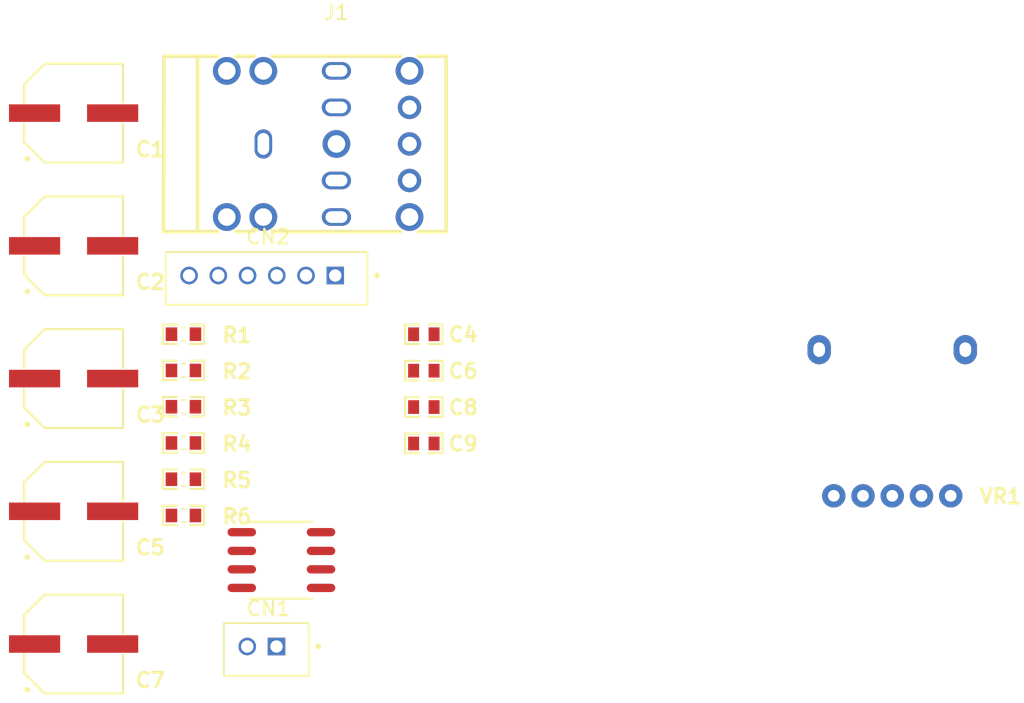
<source format=kicad_pcb>
(kicad_pcb (version 20221018) (generator pcbnew)
  (layers (0 "F.Cu" signal) (31 "B.Cu" signal) (34 "B.Paste" user) (35 "F.Paste" user) (36 "B.SilkS" user "B.Silkscreen") (37 "F.SilkS" user "F.Silkscreen") (38 "B.Mask" user) (39 "F.Mask" user) (44 "Edge.Cuts" user))
  (net 0 "")
  (net 1 "Net-(IC1--I2)")
  (net 2 "GND")
  (net 3 "Net-(C2-Pad1)")
  (net 4 "Net-(CN2-5V)")
  (net 5 "Net-(IC1-O1)")
  (net 6 "Net-(C5-Pad2)")
  (net 7 "Net-(C6-Pad1)")
  (net 8 "Net-(IC1-02)")
  (net 9 "Net-(CN1-SP+)")
  (net 10 "Net-(C8-Pad1)")
  (net 11 "Net-(CN1-SP-)")
  (net 12 "Net-(CN2-RIN)")
  (net 13 "Net-(CN2-LIN)")
  (net 14 "Net-(CN2-SPON)")
  (net 16 "Net-(IC1-+I2-Pad6)")
  (net 17 "Net-(IC1-+I1)")
  (net 18 "Net-(J1-Pad2)")
  (net 19 "Net-(J1-Pad3)")
  (net 20 "Net-(R1-Pad2)")
  (net 21 "Net-(R2-Pad2)")
  (footprint "Sega GameGear Audio Board Original:R0603" (layer "F.Cu") (at 92.480689 52.657644)
    (fp_text reference "R2" (at 3.66 0.07) (layer "F.SilkS") (effects (font (thickness 0.2) bold)))
    (fp_text value "56k" hide)
    (fp_line (start -1.415193 0.664487) (end -1.414808 -0.665322) (stroke (width 0.15)) (layer "F.SilkS"))
    (fp_line (start -1.414808 -0.665322) (end -0.454808 -0.665322) (stroke (width 0.15)) (layer "F.SilkS"))
    (fp_line (start -0.455193 0.664487) (end -1.415193 0.664487) (stroke (width 0.15)) (layer "F.SilkS"))
    (fp_line (start -0.11 -0.45) (end 0.11 -0.45) (stroke (width 0.127)) (layer "F.SilkS"))
    (fp_line (start -0.11 0.45) (end 0.11 0.45) (stroke (width 0.127)) (layer "F.SilkS"))
    (fp_line (start 0.455529 -0.664954) (end 1.415529 -0.664954) (stroke (width 0.15)) (layer "F.SilkS"))
    (fp_line (start 1.415144 0.664855) (end 0.455144 0.664855) (stroke (width 0.15)) (layer "F.SilkS"))
    (fp_line (start 1.415529 -0.664954) (end 1.415144 0.664855) (stroke (width 0.15)) (layer "F.SilkS"))
    (pad "1" smd rect (at -0.82 0) (size 0.79 0.93) (layers "F.Cu" "F.Paste" "F.Mask") (net 13 "Net-(CN2-LIN)"))
    (pad "2" smd rect (at 0.82 0) (size 0.79 0.93) (layers "F.Cu" "F.Paste" "F.Mask") (net 21 "Net-(R2-Pad2)"))
  )
  (footprint "Sega GameGear Audio Board Original:C63D" (layer "F.Cu") (at 84.966 44.132)
    (fp_text reference "C2" (at 4.14 2.48) (layer "F.SilkS") (effects (font (thickness 0.2) bold) (justify left)))
    (fp_text value "100uF" hide)
    (fp_line (start -3.38 -1.98) (end -3.38 -0.69) (stroke (width 0.15)) (layer "F.SilkS"))
    (fp_line (start -3.38 1.98) (end -3.38 0.69) (stroke (width 0.15)) (layer "F.SilkS"))
    (fp_line (start -1.98 -3.38) (end -3.38 -1.98) (stroke (width 0.15)) (layer "F.SilkS"))
    (fp_line (start -1.98 3.38) (end -3.38 1.98) (stroke (width 0.15)) (layer "F.SilkS"))
    (fp_line (start 3.38 -3.38) (end -1.98 -3.38) (stroke (width 0.15)) (layer "F.SilkS"))
    (fp_line (start 3.38 -0.71) (end 3.38 -3.38) (stroke (width 0.15)) (layer "F.SilkS"))
    (fp_line (start 3.38 0.74) (end 3.38 3.38) (stroke (width 0.15)) (layer "F.SilkS"))
    (fp_line (start 3.38 3.38) (end -1.98 3.38) (stroke (width 0.15)) (layer "F.SilkS"))
    (fp_circle (center -3.17 3.13) (end -3.07 3.13) (stroke (width 0.2)) (fill none) (layer "F.SilkS"))
    (pad "1" smd rect (at -2.67 0) (size 3.5 1.2) (layers "F.Cu" "F.Paste" "F.Mask") (net 3 "Net-(C2-Pad1)"))
    (pad "2" smd rect (at 2.67 0) (size 3.5 1.2) (layers "F.Cu" "F.Paste" "F.Mask") (net 2 "GND"))
  )
  (footprint "Sega GameGear Audio Board Original:C0603" (layer "F.Cu") (at 108.925496 52.672)
    (fp_text reference "C6" (at 2.7 0.025) (layer "F.SilkS") (effects (font (thickness 0.2) bold)))
    (fp_text value "0.1uF" hide)
    (fp_line (start -1.28 -0.67) (end -0.315 -0.67) (stroke (width 0.15)) (layer "F.SilkS"))
    (fp_line (start -1.28 0.67) (end -1.28 -0.67) (stroke (width 0.15)) (layer "F.SilkS"))
    (fp_line (start -0.315 0.67) (end -1.28 0.67) (stroke (width 0.15)) (layer "F.SilkS"))
    (fp_line (start 0.32 -0.67) (end 1.28 -0.67) (stroke (width 0.15)) (layer "F.SilkS"))
    (fp_line (start 1.28 -0.67) (end 1.28 0.67) (stroke (width 0.15)) (layer "F.SilkS"))
    (fp_line (start 1.28 0.67) (end 0.305 0.67) (stroke (width 0.15)) (layer "F.SilkS"))
    (pad "1" smd rect (at -0.7 0) (size 0.75 0.94) (layers "F.Cu" "F.Paste" "F.Mask") (net 7 "Net-(C6-Pad1)"))
    (pad "2" smd rect (at 0.7 0) (size 0.75 0.94) (layers "F.Cu" "F.Paste" "F.Mask") (net 6 "Net-(C5-Pad2)"))
  )
  (footprint "Sega GameGear Audio Board Original:C0603" (layer "F.Cu") (at 108.925496 50.182)
    (fp_text reference "C4" (at 2.7 0.025) (layer "F.SilkS") (effects (font (thickness 0.2) bold)))
    (fp_text value "0.1uF" hide)
    (fp_line (start -1.28 -0.67) (end -0.315 -0.67) (stroke (width 0.15)) (layer "F.SilkS"))
    (fp_line (start -1.28 0.67) (end -1.28 -0.67) (stroke (width 0.15)) (layer "F.SilkS"))
    (fp_line (start -0.315 0.67) (end -1.28 0.67) (stroke (width 0.15)) (layer "F.SilkS"))
    (fp_line (start 0.32 -0.67) (end 1.28 -0.67) (stroke (width 0.15)) (layer "F.SilkS"))
    (fp_line (start 1.28 -0.67) (end 1.28 0.67) (stroke (width 0.15)) (layer "F.SilkS"))
    (fp_line (start 1.28 0.67) (end 0.305 0.67) (stroke (width 0.15)) (layer "F.SilkS"))
    (pad "1" smd rect (at -0.7 0) (size 0.75 0.94) (layers "F.Cu" "F.Paste" "F.Mask") (net 2 "GND"))
    (pad "2" smd rect (at 0.7 0) (size 0.75 0.94) (layers "F.Cu" "F.Paste" "F.Mask") (net 4 "Net-(CN2-5V)"))
  )
  (footprint "Sega GameGear Audio Board Original:C63D" (layer "F.Cu") (at 84.966 62.292)
    (fp_text reference "C5" (at 4.14 2.48) (layer "F.SilkS") (effects (font (thickness 0.2) bold) (justify left)))
    (fp_text value "47uF" hide)
    (fp_line (start -3.38 -1.98) (end -3.38 -0.69) (stroke (width 0.15)) (layer "F.SilkS"))
    (fp_line (start -3.38 1.98) (end -3.38 0.69) (stroke (width 0.15)) (layer "F.SilkS"))
    (fp_line (start -1.98 -3.38) (end -3.38 -1.98) (stroke (width 0.15)) (layer "F.SilkS"))
    (fp_line (start -1.98 3.38) (end -3.38 1.98) (stroke (width 0.15)) (layer "F.SilkS"))
    (fp_line (start 3.38 -3.38) (end -1.98 -3.38) (stroke (width 0.15)) (layer "F.SilkS"))
    (fp_line (start 3.38 -0.71) (end 3.38 -3.38) (stroke (width 0.15)) (layer "F.SilkS"))
    (fp_line (start 3.38 0.74) (end 3.38 3.38) (stroke (width 0.15)) (layer "F.SilkS"))
    (fp_line (start 3.38 3.38) (end -1.98 3.38) (stroke (width 0.15)) (layer "F.SilkS"))
    (fp_circle (center -3.17 3.13) (end -3.07 3.13) (stroke (width 0.2)) (fill none) (layer "F.SilkS"))
    (pad "1" smd rect (at -2.67 0) (size 3.5 1.2) (layers "F.Cu" "F.Paste" "F.Mask") (net 5 "Net-(IC1-O1)"))
    (pad "2" smd rect (at 2.67 0) (size 3.5 1.2) (layers "F.Cu" "F.Paste" "F.Mask") (net 6 "Net-(C5-Pad2)"))
  )
  (footprint "Sega GameGear Audio Board Original:PJ-307A" (layer "F.Cu") (at 102.945496 37.162)
    (fp_text reference "J1" (at 0 -9) (layer "F.SilkS"))
    (fp_text value "PJ-307A")
    (fp_line (start -11.83 6) (end -11.8 -6) (stroke (width 0.25)) (layer "F.SilkS"))
    (fp_line (start -9.5 6) (end -11.83 6) (stroke (width 0.25)) (layer "F.SilkS"))
    (fp_line (start -9.5 6) (end -9.5 -6) (stroke (width 0.25)) (layer "F.SilkS"))
    (fp_line (start -9.5 6) (end -8.13 6) (stroke (width 0.25)) (layer "F.SilkS"))
    (fp_line (start -8.13 -6) (end -11.8 -6) (stroke (width 0.25)) (layer "F.SilkS"))
    (fp_line (start -6.87 6) (end -5.63 6) (stroke (width 0.25)) (layer "F.SilkS"))
    (fp_line (start -5.63 -6) (end -6.87 -6) (stroke (width 0.25)) (layer "F.SilkS"))
    (fp_line (start -4.37 6) (end 4.37 6) (stroke (width 0.25)) (layer "F.SilkS"))
    (fp_line (start 4.37 -6) (end -4.37 -6) (stroke (width 0.25)) (layer "F.SilkS"))
    (fp_line (start 5.63 6) (end 7.5 6) (stroke (width 0.25)) (layer "F.SilkS"))
    (fp_line (start 7.5 -6) (end 5.63 -6) (stroke (width 0.25)) (layer "F.SilkS"))
    (fp_line (start 7.5 6) (end 7.5 -6) (stroke (width 0.25)) (layer "F.SilkS"))
    (pad "1" thru_hole oval (at -5 0 90) (size 2 1.2) (drill oval 1.5 0.8) (layers "*.Cu" "*.Mask") (net 2 "GND"))
    (pad "2" thru_hole oval (at 0 5) (size 2 1.2) (drill oval 1.5 0.8) (layers "*.Cu" "*.Mask") (net 18 "Net-(J1-Pad2)"))
    (pad "3" thru_hole oval (at 0 -5) (size 2 1.2) (drill oval 1.5 0.8) (layers "*.Cu" "*.Mask") (net 19 "Net-(J1-Pad3)"))
    (pad "4" thru_hole circle (at 5 -2.5) (size 1.6 1.6) (drill 1) (layers "*.Cu" "*.Mask") (net 11 "Net-(CN1-SP-)"))
    (pad "5" thru_hole circle (at 5 0) (size 1.6 1.6) (drill 1) (layers "*.Cu" "*.Mask") (net 2 "GND"))
    (pad "6" thru_hole circle (at 5 2.5) (size 1.6 1.6) (drill 1) (layers "*.Cu" "*.Mask") (net 14 "Net-(CN2-SPON)"))
    (pad "7" thru_hole circle (at -5 5) (size 1.9 1.9) (drill 1.2) (layers "*.Cu" "*.Mask") (net 2 "GND"))
    (pad "8" thru_hole circle (at -5 -5) (size 1.9 1.9) (drill 1.2) (layers "*.Cu" "*.Mask") (net 2 "GND"))
    (pad "9" thru_hole circle (at -7.5 5) (size 1.9 1.9) (drill 1.2) (layers "*.Cu" "*.Mask") (net 2 "GND"))
    (pad "10" thru_hole oval (at 0 2.5) (size 2 1.2) (drill oval 1.5 0.8) (layers "*.Cu" "*.Mask"))
    (pad "11" thru_hole oval (at 0 -2.5) (size 2 1.2) (drill oval 1.5 0.8) (layers "*.Cu" "*.Mask"))
    (pad "12" thru_hole circle (at -7.5 -5) (size 1.9 1.9) (drill 1.2) (layers "*.Cu" "*.Mask") (net 2 "GND"))
    (pad "13" thru_hole circle (at 5 5) (size 1.9 1.9) (drill 1.2) (layers "*.Cu" "*.Mask") (net 2 "GND"))
    (pad "14" thru_hole circle (at 5 -5) (size 1.9 1.9) (drill 1.2) (layers "*.Cu" "*.Mask") (net 2 "GND"))
    (pad "15" thru_hole circle (at 0 0) (size 1.9 1.9) (drill 1.2) (layers "*.Cu" "*.Mask") (net 2 "GND"))
  )
  (footprint "Sega GameGear Audio Board Original:R0603" (layer "F.Cu") (at 92.480689 62.578932)
    (fp_text reference "R6" (at 3.66 0.07) (layer "F.SilkS") (effects (font (thickness 0.2) bold)))
    (fp_text value "100 ohm" hide)
    (fp_line (start -1.415193 0.664487) (end -1.414808 -0.665322) (stroke (width 0.15)) (layer "F.SilkS"))
    (fp_line (start -1.414808 -0.665322) (end -0.454808 -0.665322) (stroke (width 0.15)) (layer "F.SilkS"))
    (fp_line (start -0.455193 0.664487) (end -1.415193 0.664487) (stroke (width 0.15)) (layer "F.SilkS"))
    (fp_line (start -0.11 -0.45) (end 0.11 -0.45) (stroke (width 0.127)) (layer "F.SilkS"))
    (fp_line (start -0.11 0.45) (end 0.11 0.45) (stroke (width 0.127)) (layer "F.SilkS"))
    (fp_line (start 0.455529 -0.664954) (end 1.415529 -0.664954) (stroke (width 0.15)) (layer "F.SilkS"))
    (fp_line (start 1.415144 0.664855) (end 0.455144 0.664855) (stroke (width 0.15)) (layer "F.SilkS"))
    (fp_line (start 1.415529 -0.664954) (end 1.415144 0.664855) (stroke (width 0.15)) (layer "F.SilkS"))
    (pad "1" smd rect (at -0.82 0) (size 0.79 0.93) (layers "F.Cu" "F.Paste" "F.Mask") (net 9 "Net-(CN1-SP+)"))
    (pad "2" smd rect (at 0.82 0) (size 0.79 0.93) (layers "F.Cu" "F.Paste" "F.Mask") (net 18 "Net-(J1-Pad2)"))
  )
  (footprint "Sega GameGear Audio Board Original:C0603" (layer "F.Cu") (at 108.925496 55.162)
    (fp_text reference "C8" (at 2.7 0.025) (layer "F.SilkS") (effects (font (thickness 0.2) bold)))
    (fp_text value "0.1uF" hide)
    (fp_line (start -1.28 -0.67) (end -0.315 -0.67) (stroke (width 0.15)) (layer "F.SilkS"))
    (fp_line (start -1.28 0.67) (end -1.28 -0.67) (stroke (width 0.15)) (layer "F.SilkS"))
    (fp_line (start -0.315 0.67) (end -1.28 0.67) (stroke (width 0.15)) (layer "F.SilkS"))
    (fp_line (start 0.32 -0.67) (end 1.28 -0.67) (stroke (width 0.15)) (layer "F.SilkS"))
    (fp_line (start 1.28 -0.67) (end 1.28 0.67) (stroke (width 0.15)) (layer "F.SilkS"))
    (fp_line (start 1.28 0.67) (end 0.305 0.67) (stroke (width 0.15)) (layer "F.SilkS"))
    (pad "1" smd rect (at -0.7 0) (size 0.75 0.94) (layers "F.Cu" "F.Paste" "F.Mask") (net 10 "Net-(C8-Pad1)"))
    (pad "2" smd rect (at 0.7 0) (size 0.75 0.94) (layers "F.Cu" "F.Paste" "F.Mask") (net 9 "Net-(CN1-SP+)"))
  )
  (footprint "Sega GameGear Audio Board Original:TDA2822D" (layer "F.Cu") (at 99.161096 65.637)
    (fp_text reference "IC1" hide)
    (fp_text value "TDA2822D" hide)
    (fp_line (start -2.1336 2.6289) (end 2.1336 2.6289) (stroke (width 0.1524)) (layer "F.SilkS"))
    (fp_line (start 2.1336 -2.6289) (end -2.1336 -2.6289) (stroke (width 0.1524)) (layer "F.SilkS"))
    (fp_circle (center -3.2 -3.2) (end -3.1 -3.2) (stroke (width 0.2)) (fill none) (layer "F.SilkS"))
    (pad "1" smd oval (at -2.6895 -1.915 270) (size 0.57 1.95) (layers "F.Cu" "F.Paste" "F.Mask") (net 5 "Net-(IC1-O1)"))
    (pad "2" smd oval (at -2.6895 -0.635 270) (size 0.57 1.95) (layers "F.Cu" "F.Paste" "F.Mask") (net 4 "Net-(CN2-5V)"))
    (pad "3" smd oval (at -2.6895 0.625 270) (size 0.57 1.95) (layers "F.Cu" "F.Paste" "F.Mask") (net 8 "Net-(IC1-02)"))
    (pad "4" smd oval (at -2.6895 1.895 270) (size 0.57 1.95) (layers "F.Cu" "F.Paste" "F.Mask") (net 2 "GND"))
    (pad "5" smd oval (at 2.7305 1.895 270) (size 0.57 1.95) (layers "F.Cu" "F.Paste" "F.Mask") (net 1 "Net-(IC1--I2)"))
    (pad "6" smd oval (at 2.7305 0.625 270) (size 0.57 1.95) (layers "F.Cu" "F.Paste" "F.Mask") (net 16 "Net-(IC1-+I2-Pad6)"))
    (pad "7" smd oval (at 2.7305 -0.635 270) (size 0.57 1.95) (layers "F.Cu" "F.Paste" "F.Mask") (net 17 "Net-(IC1-+I1)"))
    (pad "8" smd oval (at 2.7305 -1.915 270) (size 0.57 1.95) (layers "F.Cu" "F.Paste" "F.Mask") (net 3 "Net-(C2-Pad1)"))
  )
  (footprint "Sega GameGear Audio Board Original:C63D" (layer "F.Cu") (at 84.966 35.052)
    (fp_text reference "C1" (at 4.14 2.48) (layer "F.SilkS") (effects (font (thickness 0.2) bold) (justify left)))
    (fp_text value "100uF" hide)
    (fp_line (start -3.38 -1.98) (end -3.38 -0.69) (stroke (width 0.15)) (layer "F.SilkS"))
    (fp_line (start -3.38 1.98) (end -3.38 0.69) (stroke (width 0.15)) (layer "F.SilkS"))
    (fp_line (start -1.98 -3.38) (end -3.38 -1.98) (stroke (width 0.15)) (layer "F.SilkS"))
    (fp_line (start -1.98 3.38) (end -3.38 1.98) (stroke (width 0.15)) (layer "F.SilkS"))
    (fp_line (start 3.38 -3.38) (end -1.98 -3.38) (stroke (width 0.15)) (layer "F.SilkS"))
    (fp_line (start 3.38 -0.71) (end 3.38 -3.38) (stroke (width 0.15)) (layer "F.SilkS"))
    (fp_line (start 3.38 0.74) (end 3.38 3.38) (stroke (width 0.15)) (layer "F.SilkS"))
    (fp_line (start 3.38 3.38) (end -1.98 3.38) (stroke (width 0.15)) (layer "F.SilkS"))
    (fp_circle (center -3.17 3.13) (end -3.07 3.13) (stroke (width 0.2)) (fill none) (layer "F.SilkS"))
    (pad "1" smd rect (at -2.67 0) (size 3.5 1.2) (layers "F.Cu" "F.Paste" "F.Mask") (net 1 "Net-(IC1--I2)"))
    (pad "2" smd rect (at 2.67 0) (size 3.5 1.2) (layers "F.Cu" "F.Paste" "F.Mask") (net 2 "GND"))
  )
  (footprint "Sega GameGear Audio Board Original:EVUTV2B19A14" (layer "F.Cu") (at 140.97 51.234)
    (fp_text reference "VR1" (at 7.41 10.04 unlocked) (layer "F.SilkS") (effects (font (thickness 0.2) bold)))
    (fp_text value "EVUTV2B19A14" hide)
    (pad "1" thru_hole circle (at -4 10) (size 1.6 1.6) (drill 0.8) (layers "*.Cu" "*.Mask") (net 20 "Net-(R1-Pad2)"))
    (pad "2" thru_hole circle (at -2 10) (size 1.6 1.6) (drill 0.8) (layers "*.Cu" "*.Mask") (net 17 "Net-(IC1-+I1)"))
    (pad "3" thru_hole circle (at 0 10) (size 1.6 1.6) (drill 0.8) (layers "*.Cu" "*.Mask") (net 21 "Net-(R2-Pad2)"))
    (pad "4" thru_hole circle (at 2 10) (size 1.6 1.6) (drill 0.8) (layers "*.Cu" "*.Mask") (net 16 "Net-(IC1-+I2-Pad6)"))
    (pad "5" thru_hole circle (at 4 10) (size 1.6 1.6) (drill 0.8) (layers "*.Cu" "*.Mask") (net 2 "GND"))
    (pad "6" thru_hole oval (at -5 0) (size 1.6 2) (drill oval 0.8 1) (layers "*.Cu" "*.Mask"))
    (pad "7" thru_hole oval (at 5 0) (size 1.6 2) (drill oval 0.8 1) (layers "*.Cu" "*.Mask"))
  )
  (footprint "Sega GameGear Audio Board Original:R0603" (layer "F.Cu") (at 92.480689 55.137966)
    (fp_text reference "R3" (at 3.66 0.07) (layer "F.SilkS") (effects (font (thickness 0.2) bold)))
    (fp_text value "4.7 ohm" hide)
    (fp_line (start -1.415193 0.664487) (end -1.414808 -0.665322) (stroke (width 0.15)) (layer "F.SilkS"))
    (fp_line (start -1.414808 -0.665322) (end -0.454808 -0.665322) (stroke (width 0.15)) (layer "F.SilkS"))
    (fp_line (start -0.455193 0.664487) (end -1.415193 0.664487) (stroke (width 0.15)) (layer "F.SilkS"))
    (fp_line (start -0.11 -0.45) (end 0.11 -0.45) (stroke (width 0.127)) (layer "F.SilkS"))
    (fp_line (start -0.11 0.45) (end 0.11 0.45) (stroke (width 0.127)) (layer "F.SilkS"))
    (fp_line (start 0.455529 -0.664954) (end 1.415529 -0.664954) (stroke (width 0.15)) (layer "F.SilkS"))
    (fp_line (start 1.415144 0.664855) (end 0.455144 0.664855) (stroke (width 0.15)) (layer "F.SilkS"))
    (fp_line (start 1.415529 -0.664954) (end 1.415144 0.664855) (stroke (width 0.15)) (layer "F.SilkS"))
    (pad "1" smd rect (at -0.82 0) (size 0.79 0.93) (layers "F.Cu" "F.Paste" "F.Mask") (net 2 "GND"))
    (pad "2" smd rect (at 0.82 0) (size 0.79 0.93) (layers "F.Cu" "F.Paste" "F.Mask") (net 7 "Net-(C6-Pad1)"))
  )
  (footprint "Sega GameGear Audio Board Original:C63D" (layer "F.Cu") (at 84.966 53.212)
    (fp_text reference "C3" (at 4.14 2.48) (layer "F.SilkS") (effects (font (thickness 0.2) bold) (justify left)))
    (fp_text value "330uF" hide)
    (fp_line (start -3.38 -1.98) (end -3.38 -0.69) (stroke (width 0.15)) (layer "F.SilkS"))
    (fp_line (start -3.38 1.98) (end -3.38 0.69) (stroke (width 0.15)) (layer "F.SilkS"))
    (fp_line (start -1.98 -3.38) (end -3.38 -1.98) (stroke (width 0.15)) (layer "F.SilkS"))
    (fp_line (start -1.98 3.38) (end -3.38 1.98) (stroke (width 0.15)) (layer "F.SilkS"))
    (fp_line (start 3.38 -3.38) (end -1.98 -3.38) (stroke (width 0.15)) (layer "F.SilkS"))
    (fp_line (start 3.38 -0.71) (end 3.38 -3.38) (stroke (width 0.15)) (layer "F.SilkS"))
    (fp_line (start 3.38 0.74) (end 3.38 3.38) (stroke (width 0.15)) (layer "F.SilkS"))
    (fp_line (start 3.38 3.38) (end -1.98 3.38) (stroke (width 0.15)) (layer "F.SilkS"))
    (fp_circle (center -3.17 3.13) (end -3.07 3.13) (stroke (width 0.2)) (fill none) (layer "F.SilkS"))
    (pad "1" smd rect (at -2.67 0) (size 3.5 1.2) (layers "F.Cu" "F.Paste" "F.Mask") (net 4 "Net-(CN2-5V)"))
    (pad "2" smd rect (at 2.67 0) (size 3.5 1.2) (layers "F.Cu" "F.Paste" "F.Mask") (net 2 "GND"))
  )
  (footprint "Sega GameGear Audio Board Original:292161-2" (layer "F.Cu") (at 98.845496 71.542)
    (fp_text reference "CN1" (at -0.55 -2.6) (layer "F.SilkS"))
    (fp_text value "CONN 2P" hide)
    (fp_line (start -3.6 2) (end -3.6 -1.6) (stroke (width 0.127)) (layer "F.SilkS"))
    (fp_line (start 2.2 -1.6) (end -3.6 -1.6) (stroke (width 0.127)) (layer "F.SilkS"))
    (fp_line (start 2.2 -1.6) (end 2.2 2) (stroke (width 0.127)) (layer "F.SilkS"))
    (fp_line (start 2.2 2) (end -3.6 2) (stroke (width 0.127)) (layer "F.SilkS"))
    (fp_circle (center 2.85 0) (end 2.95 0) (stroke (width 0.2)) (fill none) (layer "F.SilkS"))
    (pad "1" thru_hole rect (at 0 0) (size 1.2 1.2) (drill 0.85) (layers "*.Cu" "*.Mask") (net 9 "Net-(CN1-SP+)"))
    (pad "2" thru_hole circle (at -2 0) (size 1.2 1.2) (drill 0.85) (layers "*.Cu" "*.Mask") (net 11 "Net-(CN1-SP-)"))
  )
  (footprint "Sega GameGear Audio Board Original:R0603" (layer "F.Cu") (at 92.480689 50.177322)
    (fp_text reference "R1" (at 3.66 0.07) (layer "F.SilkS") (effects (font (thickness 0.2) bold)))
    (fp_text value "56k" hide)
    (fp_line (start -1.415193 0.664487) (end -1.414808 -0.665322) (stroke (width 0.15)) (layer "F.SilkS"))
    (fp_line (start -1.414808 -0.665322) (end -0.454808 -0.665322) (stroke (width 0.15)) (layer "F.SilkS"))
    (fp_line (start -0.455193 0.664487) (end -1.415193 0.664487) (stroke (width 0.15)) (layer "F.SilkS"))
    (fp_line (start -0.11 -0.45) (end 0.11 -0.45) (stroke (width 0.127)) (layer "F.SilkS"))
    (fp_line (start -0.11 0.45) (end 0.11 0.45) (stroke (width 0.127)) (layer "F.SilkS"))
    (fp_line (start 0.455529 -0.664954) (end 1.415529 -0.664954) (stroke (width 0.15)) (layer "F.SilkS"))
    (fp_line (start 1.415144 0.664855) (end 0.455144 0.664855) (stroke (width 0.15)) (layer "F.SilkS"))
    (fp_line (start 1.415529 -0.664954) (end 1.415144 0.664855) (stroke (width 0.15)) (layer "F.SilkS"))
    (pad "1" smd rect (at -0.82 0) (size 0.79 0.93) (layers "F.Cu" "F.Paste" "F.Mask") (net 12 "Net-(CN2-RIN)"))
    (pad "2" smd rect (at 0.82 0) (size 0.79 0.93) (layers "F.Cu" "F.Paste" "F.Mask") (net 20 "Net-(R1-Pad2)"))
  )
  (footprint "Sega GameGear Audio Board Original:R0603" (layer "F.Cu") (at 92.480689 57.618288)
    (fp_text reference "R4" (at 3.66 0.07) (layer "F.SilkS") (effects (font (thickness 0.2) bold)))
    (fp_text value "4.7 ohm" hide)
    (fp_line (start -1.415193 0.664487) (end -1.414808 -0.665322) (stroke (width 0.15)) (layer "F.SilkS"))
    (fp_line (start -1.414808 -0.665322) (end -0.454808 -0.665322) (stroke (width 0.15)) (layer "F.SilkS"))
    (fp_line (start -0.455193 0.664487) (end -1.415193 0.664487) (stroke (width 0.15)) (layer "F.SilkS"))
    (fp_line (start -0.11 -0.45) (end 0.11 -0.45) (stroke (width 0.127)) (layer "F.SilkS"))
    (fp_line (start -0.11 0.45) (end 0.11 0.45) (stroke (width 0.127)) (layer "F.SilkS"))
    (fp_line (start 0.455529 -0.664954) (end 1.415529 -0.664954) (stroke (width 0.15)) (layer "F.SilkS"))
    (fp_line (start 1.415144 0.664855) (end 0.455144 0.664855) (stroke (width 0.15)) (layer "F.SilkS"))
    (fp_line (start 1.415529 -0.664954) (end 1.415144 0.664855) (stroke (width 0.15)) (layer "F.SilkS"))
    (pad "1" smd rect (at -0.82 0) (size 0.79 0.93) (layers "F.Cu" "F.Paste" "F.Mask") (net 2 "GND"))
    (pad "2" smd rect (at 0.82 0) (size 0.79 0.93) (layers "F.Cu" "F.Paste" "F.Mask") (net 10 "Net-(C8-Pad1)"))
  )
  (footprint "Sega GameGear Audio Board Original:C0603" (layer "F.Cu") (at 108.925496 57.652)
    (fp_text reference "C9" (at 2.7 0.025) (layer "F.SilkS") (effects (font (thickness 0.2) bold)))
    (fp_text value "10uF" hide)
    (fp_line (start -1.28 -0.67) (end -0.315 -0.67) (stroke (width 0.15)) (layer "F.SilkS"))
    (fp_line (start -1.28 0.67) (end -1.28 -0.67) (stroke (width 0.15)) (layer "F.SilkS"))
    (fp_line (start -0.315 0.67) (end -1.28 0.67) (stroke (width 0.15)) (layer "F.SilkS"))
    (fp_line (start 0.32 -0.67) (end 1.28 -0.67) (stroke (width 0.15)) (layer "F.SilkS"))
    (fp_line (start 1.28 -0.67) (end 1.28 0.67) (stroke (width 0.15)) (layer "F.SilkS"))
    (fp_line (start 1.28 0.67) (end 0.305 0.67) (stroke (width 0.15)) (layer "F.SilkS"))
    (pad "1" smd rect (at -0.7 0) (size 0.75 0.94) (layers "F.Cu" "F.Paste" "F.Mask") (net 2 "GND"))
    (pad "2" smd rect (at 0.7 0) (size 0.75 0.94) (layers "F.Cu" "F.Paste" "F.Mask") (net 4 "Net-(CN2-5V)"))
  )
  (footprint "Sega GameGear Audio Board Original:R0603" (layer "F.Cu") (at 92.480689 60.09861)
    (fp_text reference "R5" (at 3.66 0.07) (layer "F.SilkS") (effects (font (thickness 0.2) bold)))
    (fp_text value "100 ohm" hide)
    (fp_line (start -1.415193 0.664487) (end -1.414808 -0.665322) (stroke (width 0.15)) (layer "F.SilkS"))
    (fp_line (start -1.414808 -0.665322) (end -0.454808 -0.665322) (stroke (width 0.15)) (layer "F.SilkS"))
    (fp_line (start -0.455193 0.664487) (end -1.415193 0.664487) (stroke (width 0.15)) (layer "F.SilkS"))
    (fp_line (start -0.11 -0.45) (end 0.11 -0.45) (stroke (width 0.127)) (layer "F.SilkS"))
    (fp_line (start -0.11 0.45) (end 0.11 0.45) (stroke (width 0.127)) (layer "F.SilkS"))
    (fp_line (start 0.455529 -0.664954) (end 1.415529 -0.664954) (stroke (width 0.15)) (layer "F.SilkS"))
    (fp_line (start 1.415144 0.664855) (end 0.455144 0.664855) (stroke (width 0.15)) (layer "F.SilkS"))
    (fp_line (start 1.415529 -0.664954) (end 1.415144 0.664855) (stroke (width 0.15)) (layer "F.SilkS"))
    (pad "1" smd rect (at -0.82 0) (size 0.79 0.93) (layers "F.Cu" "F.Paste" "F.Mask") (net 6 "Net-(C5-Pad2)"))
    (pad "2" smd rect (at 0.82 0) (size 0.79 0.93) (layers "F.Cu" "F.Paste" "F.Mask") (net 19 "Net-(J1-Pad3)"))
  )
  (footprint "Sega GameGear Audio Board Original:292161-6" (layer "F.Cu") (at 102.865496 46.162)
    (fp_text reference "CN2" (at -4.6 -2.65) (layer "F.SilkS"))
    (fp_text value "292161-6" hide)
    (fp_line (start -11.6 2) (end -11.6 -1.6) (stroke (width 0.127)) (layer "F.SilkS"))
    (fp_line (start 2.2 -1.6) (end -11.6 -1.6) (stroke (width 0.127)) (layer "F.SilkS"))
    (fp_line (start 2.2 -1.6) (end 2.2 2) (stroke (width 0.127)) (layer "F.SilkS"))
    (fp_line (start 2.2 2) (end -11.6 2) (stroke (width 0.127)) (layer "F.SilkS"))
    (fp_circle (center 2.85 0) (end 2.95 0) (stroke (width 0.2)) (fill none) (layer "F.SilkS"))
    (pad "1" thru_hole rect (at 0 0) (size 1.2 1.2) (drill 0.85) (layers "*.Cu" "*.Mask") (net 4 "Net-(CN2-5V)"))
    (pad "2" thru_hole circle (at -2 0) (size 1.2 1.2) (drill 0.85) (layers "*.Cu" "*.Mask") (net 2 "GND"))
    (pad "3" thru_hole circle (at -4 0) (size 1.2 1.2) (drill 0.85) (layers "*.Cu" "*.Mask") (net 12 "Net-(CN2-RIN)"))
    (pad "4" thru_hole circle (at -6 0) (size 1.2 1.2) (drill 0.85) (layers "*.Cu" "*.Mask") (net 13 "Net-(CN2-LIN)"))
    (pad "5" thru_hole circle (at -8 0) (size 1.2 1.2) (drill 0.85) (layers "*.Cu" "*.Mask"))
    (pad "6" thru_hole circle (at -10 0) (size 1.2 1.2) (drill 0.85) (layers "*.Cu" "*.Mask") (net 14 "Net-(CN2-SPON)"))
  )
  (footprint "Sega GameGear Audio Board Original:C63D" (layer "F.Cu") (at 84.966 71.372)
    (fp_text reference "C7" (at 4.14 2.48) (layer "F.SilkS") (effects (font (thickness 0.2) bold) (justify left)))
    (fp_text value "47uF" hide)
    (fp_line (start -3.38 -1.98) (end -3.38 -0.69) (stroke (width 0.15)) (layer "F.SilkS"))
    (fp_line (start -3.38 1.98) (end -3.38 0.69) (stroke (width 0.15)) (layer "F.SilkS"))
    (fp_line (start -1.98 -3.38) (end -3.38 -1.98) (stroke (width 0.15)) (layer "F.SilkS"))
    (fp_line (start -1.98 3.38) (end -3.38 1.98) (stroke (width 0.15)) (layer "F.SilkS"))
    (fp_line (start 3.38 -3.38) (end -1.98 -3.38) (stroke (width 0.15)) (layer "F.SilkS"))
    (fp_line (start 3.38 -0.71) (end 3.38 -3.38) (stroke (width 0.15)) (layer "F.SilkS"))
    (fp_line (start 3.38 0.74) (end 3.38 3.38) (stroke (width 0.15)) (layer "F.SilkS"))
    (fp_line (start 3.38 3.38) (end -1.98 3.38) (stroke (width 0.15)) (layer "F.SilkS"))
    (fp_circle (center -3.17 3.13) (end -3.07 3.13) (stroke (width 0.2)) (fill none) (layer "F.SilkS"))
    (pad "1" smd rect (at -2.67 0) (size 3.5 1.2) (layers "F.Cu" "F.Paste" "F.Mask") (net 8 "Net-(IC1-02)"))
    (pad "2" smd rect (at 2.67 0) (size 3.5 1.2) (layers "F.Cu" "F.Paste" "F.Mask") (net 9 "Net-(CN1-SP+)"))
  )
)
</source>
